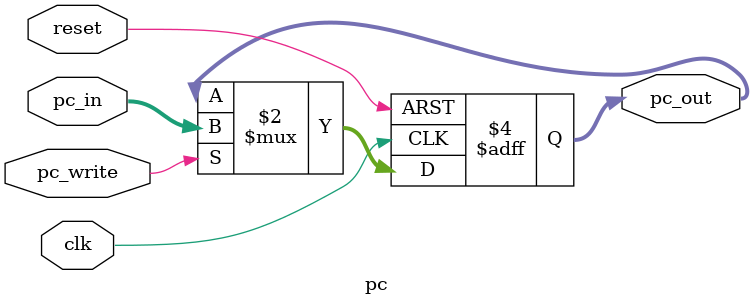
<source format=v>

module pc #(
    parameter WIDTH = 12       // program counter width
) (
    input                   clk,
    input                   reset,
    input                   pc_write,   // enable update
    input  [WIDTH-1:0]      pc_in,
    output reg [WIDTH-1:0]  pc_out
);
    always @(posedge clk or posedge reset) begin
        if (reset)
            pc_out <= {WIDTH{1'b0}};
        else if (pc_write)
            pc_out <= pc_in;
    end
endmodule
</source>
